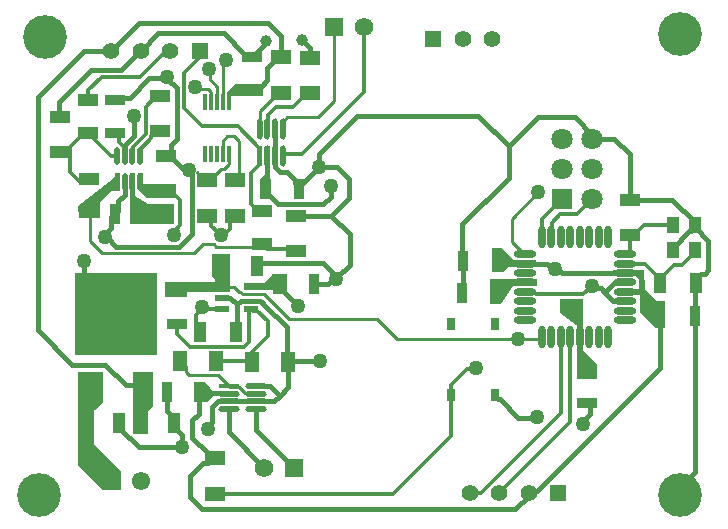
<source format=gtl>
G04*
G04 #@! TF.GenerationSoftware,Altium Limited,Altium Designer,23.6.0 (18)*
G04*
G04 Layer_Physical_Order=1*
G04 Layer_Color=255*
%FSLAX44Y44*%
%MOMM*%
G71*
G04*
G04 #@! TF.SameCoordinates,5DEB40B8-84CC-45EF-9636-C6304030FE47*
G04*
G04*
G04 #@! TF.FilePolarity,Positive*
G04*
G01*
G75*
%ADD15C,0.2540*%
%ADD16R,1.1176X1.8034*%
%ADD17R,0.9500X1.7000*%
%ADD18R,1.7000X0.9500*%
%ADD19R,1.7000X1.1500*%
%ADD20R,1.7500X1.1000*%
%ADD21R,1.1500X1.7000*%
%ADD22R,0.7500X1.0000*%
%ADD23R,0.4650X1.8052*%
G04:AMPARAMS|DCode=24|XSize=1.8052mm|YSize=0.465mm|CornerRadius=0.2325mm|HoleSize=0mm|Usage=FLASHONLY|Rotation=90.000|XOffset=0mm|YOffset=0mm|HoleType=Round|Shape=RoundedRectangle|*
%AMROUNDEDRECTD24*
21,1,1.8052,0.0000,0,0,90.0*
21,1,1.3402,0.4650,0,0,90.0*
1,1,0.4650,0.0000,0.6701*
1,1,0.4650,0.0000,-0.6701*
1,1,0.4650,0.0000,-0.6701*
1,1,0.4650,0.0000,0.6701*
%
%ADD24ROUNDEDRECTD24*%
%ADD25R,0.4549X1.5052*%
G04:AMPARAMS|DCode=26|XSize=1.5052mm|YSize=0.4549mm|CornerRadius=0.2275mm|HoleSize=0mm|Usage=FLASHONLY|Rotation=90.000|XOffset=0mm|YOffset=0mm|HoleType=Round|Shape=RoundedRectangle|*
%AMROUNDEDRECTD26*
21,1,1.5052,0.0000,0,0,90.0*
21,1,1.0503,0.4549,0,0,90.0*
1,1,0.4549,0.0000,0.5252*
1,1,0.4549,0.0000,-0.5252*
1,1,0.4549,0.0000,-0.5252*
1,1,0.4549,0.0000,0.5252*
%
%ADD26ROUNDEDRECTD26*%
%ADD27R,1.8052X0.4650*%
G04:AMPARAMS|DCode=28|XSize=1.8052mm|YSize=0.465mm|CornerRadius=0.2325mm|HoleSize=0mm|Usage=FLASHONLY|Rotation=0.000|XOffset=0mm|YOffset=0mm|HoleType=Round|Shape=RoundedRectangle|*
%AMROUNDEDRECTD28*
21,1,1.8052,0.0000,0,0,0.0*
21,1,1.3402,0.4650,0,0,0.0*
1,1,0.4650,0.6701,0.0000*
1,1,0.4650,-0.6701,0.0000*
1,1,0.4650,-0.6701,0.0000*
1,1,0.4650,0.6701,0.0000*
%
%ADD28ROUNDEDRECTD28*%
%ADD29O,1.9500X0.6000*%
%ADD30O,0.6000X1.9500*%
%ADD31R,1.0500X1.4500*%
%ADD32R,1.5000X2.5000*%
%ADD33R,7.0000X7.0000*%
%ADD34R,0.3000X1.4000*%
%ADD35R,1.8034X1.1176*%
%ADD36R,1.8200X1.0200*%
%ADD37R,0.8200X1.8200*%
%ADD38R,1.0200X1.8200*%
%ADD39R,1.2000X0.6000*%
%ADD56C,1.5700*%
%ADD57R,1.5700X1.5700*%
%ADD58R,1.4000X1.4000*%
%ADD59C,1.4000*%
%ADD62R,1.5500X1.5500*%
%ADD63C,1.5500*%
%ADD67C,0.2800*%
%ADD68C,0.3000*%
%ADD69C,0.4000*%
%ADD70C,0.2600*%
%ADD71R,1.8000X1.8000*%
%ADD72C,1.8000*%
%ADD73C,1.2700*%
%ADD74C,3.7000*%
%ADD75C,1.0000*%
G36*
X219710Y377444D02*
Y367792D01*
X192532D01*
Y356108D01*
X189230D01*
Y371094D01*
X195580Y377444D01*
X218440D01*
X219710Y377444D01*
D02*
G37*
G36*
X117856Y293116D02*
X145796Y293116D01*
X145796Y281178D01*
X120396Y281178D01*
X113284Y288290D01*
Y302260D01*
X117856D01*
X117856Y293116D01*
D02*
G37*
G36*
X225298Y280416D02*
X216662D01*
Y282194D01*
Y296926D01*
X221234Y301498D01*
Y324866D01*
X225298D01*
Y280416D01*
D02*
G37*
G36*
X98044Y287020D02*
X91440D01*
X81788Y277368D01*
Y263906D01*
X63246D01*
X63500Y264160D01*
X63260Y274005D01*
X93726Y298244D01*
Y298450D01*
X93980Y298704D01*
Y302260D01*
X98044D01*
Y287020D01*
D02*
G37*
G36*
X110998Y282448D02*
X121950Y276098D01*
X144018D01*
Y258826D01*
X117094D01*
Y259027D01*
X106934D01*
Y302006D01*
X110998D01*
Y282448D01*
D02*
G37*
G36*
X432308Y228346D02*
X450850D01*
X450850Y222758D01*
X427228Y222758D01*
X422656Y218186D01*
X413512D01*
Y238760D01*
X421894D01*
X432308Y228346D01*
D02*
G37*
G36*
X451104Y206756D02*
X431469Y206756D01*
X420878Y191516D01*
X411480D01*
Y212344D01*
X451104D01*
Y206756D01*
D02*
G37*
G36*
X239776Y199644D02*
X228092Y199644D01*
Y203200D01*
X203708D01*
Y209296D01*
X220726D01*
X220980Y209550D01*
X226822Y214884D01*
Y216408D01*
X239014D01*
X239268Y216662D01*
X239776Y216916D01*
X239776Y199644D01*
D02*
G37*
G36*
X191516Y201676D02*
X154940D01*
Y197104D01*
X136906D01*
Y210058D01*
X178562D01*
Y210820D01*
Y212598D01*
X178308Y212852D01*
X176022Y215138D01*
Y233934D01*
X191516D01*
Y201676D01*
D02*
G37*
G36*
X542853Y204161D02*
X553212Y193802D01*
X559816D01*
Y190754D01*
Y171196D01*
X551180D01*
Y171704D01*
X538988Y183896D01*
Y198628D01*
X517652D01*
Y204216D01*
X537972D01*
X537972Y204216D01*
Y211836D01*
X535178Y214630D01*
X516128D01*
Y220472D01*
X542036D01*
X542853Y204161D01*
D02*
G37*
G36*
X490728Y173228D02*
X490474D01*
Y152430D01*
X502412Y139790D01*
X502412Y127508D01*
X485140D01*
Y173228D01*
X484632D01*
X470916Y183896D01*
Y195834D01*
X490728D01*
Y173228D01*
D02*
G37*
G36*
X175006Y119888D02*
X176435Y117602D01*
X198374D01*
Y113538D01*
X177546D01*
X172212Y108204D01*
X161036D01*
Y125476D01*
X170482D01*
X175006Y119888D01*
D02*
G37*
G36*
X126492Y133350D02*
Y105156D01*
X122174Y100838D01*
Y81026D01*
X109474D01*
X109474Y133350D01*
X126492Y133350D01*
D02*
G37*
G36*
X84074Y108712D02*
X77089Y101727D01*
X76708D01*
Y72668D01*
X99060Y49270D01*
Y34042D01*
X83820D01*
X83826Y34036D01*
X62484Y55124D01*
Y106178D01*
X62738D01*
Y133858D01*
X84074D01*
X84074Y108712D01*
D02*
G37*
D15*
X216586Y239924D02*
X218440Y241778D01*
X179644Y239924D02*
X216586D01*
X161100Y234252D02*
X168626Y241778D01*
X177790D01*
X179644Y239924D01*
X265684Y349250D02*
X279654Y363220D01*
X240146Y349250D02*
X265684D01*
X236266Y345370D02*
X240146Y349250D01*
X236266Y339240D02*
Y345370D01*
X231946Y370064D02*
X234696D01*
X216766Y354884D02*
X231946Y370064D01*
X216766Y339240D02*
Y354884D01*
X279654Y363220D02*
Y425958D01*
X72854Y244532D02*
X83134Y234252D01*
X161100D01*
X430530Y243548D02*
Y263652D01*
Y243548D02*
X440510Y233568D01*
X430530Y263652D02*
X452628Y285750D01*
X440510Y233568D02*
X441176D01*
X72390Y269210D02*
X72854Y268746D01*
Y244532D02*
Y268746D01*
D16*
X184658Y223774D02*
D03*
X214630D02*
D03*
X196342Y167640D02*
D03*
X166370D02*
D03*
X585978Y209042D02*
D03*
X556006D02*
D03*
D17*
X234666Y208026D02*
D03*
X262666D02*
D03*
X165892Y116840D02*
D03*
X137892D02*
D03*
X221712Y288798D02*
D03*
X249712D02*
D03*
X93950Y267716D02*
D03*
X121950D02*
D03*
X388082Y200914D02*
D03*
X416082D02*
D03*
D18*
X210312Y372588D02*
D03*
Y400588D02*
D03*
X94488Y336266D02*
D03*
Y364266D02*
D03*
X146812Y202214D02*
D03*
Y174214D02*
D03*
X494030Y135442D02*
D03*
Y107442D02*
D03*
D19*
X259334Y369810D02*
D03*
Y399810D02*
D03*
X234696Y370064D02*
D03*
Y400064D02*
D03*
X179070Y60720D02*
D03*
Y30720D02*
D03*
X172466Y266192D02*
D03*
Y296192D02*
D03*
X196088Y265924D02*
D03*
Y295924D02*
D03*
D20*
X218440Y241778D02*
D03*
Y269778D02*
D03*
X71374Y335982D02*
D03*
Y363982D02*
D03*
D21*
X210552Y141986D02*
D03*
X240552D02*
D03*
X179592Y143256D02*
D03*
X149592D02*
D03*
D22*
X378506Y114272D02*
D03*
Y174272D02*
D03*
X416006Y114272D02*
D03*
Y174272D02*
D03*
D23*
X216766Y316230D02*
D03*
D24*
X223266D02*
D03*
X229766D02*
D03*
X236266D02*
D03*
Y339240D02*
D03*
X229766D02*
D03*
X223266D02*
D03*
X216766D02*
D03*
D25*
X95914Y294557D02*
D03*
D26*
X102414D02*
D03*
X108914D02*
D03*
X115414D02*
D03*
Y316567D02*
D03*
X108914D02*
D03*
X102414D02*
D03*
X95914D02*
D03*
D27*
X190425Y122018D02*
D03*
D28*
Y115518D02*
D03*
Y109018D02*
D03*
Y102518D02*
D03*
X213435D02*
D03*
Y109018D02*
D03*
Y115518D02*
D03*
Y122018D02*
D03*
D29*
X526176Y177568D02*
D03*
Y185568D02*
D03*
Y193568D02*
D03*
Y201568D02*
D03*
Y209568D02*
D03*
Y217568D02*
D03*
Y225568D02*
D03*
Y233568D02*
D03*
X441176D02*
D03*
Y225568D02*
D03*
Y217568D02*
D03*
Y209568D02*
D03*
Y201568D02*
D03*
Y193568D02*
D03*
Y185568D02*
D03*
Y177568D02*
D03*
D30*
X511676Y248068D02*
D03*
X503676D02*
D03*
X495676D02*
D03*
X487676D02*
D03*
X479676D02*
D03*
X471676D02*
D03*
X463676D02*
D03*
X455676D02*
D03*
Y163068D02*
D03*
X463676D02*
D03*
X471676D02*
D03*
X479676D02*
D03*
X487676D02*
D03*
X495676D02*
D03*
X503676D02*
D03*
X511676D02*
D03*
D31*
X585216Y258482D02*
D03*
Y236982D02*
D03*
X566716D02*
D03*
Y258482D02*
D03*
D32*
X71996Y120126D02*
D03*
X117996D02*
D03*
D33*
X94996Y182626D02*
D03*
D34*
X190594Y362614D02*
D03*
X185594D02*
D03*
X180594D02*
D03*
X175594D02*
D03*
X170594D02*
D03*
Y318614D02*
D03*
X175594D02*
D03*
X180594D02*
D03*
X185594D02*
D03*
X190594D02*
D03*
D35*
X247396Y236220D02*
D03*
Y266192D02*
D03*
X47498Y320040D02*
D03*
Y350012D02*
D03*
X137160Y287020D02*
D03*
Y316992D02*
D03*
X132588Y337566D02*
D03*
Y367538D02*
D03*
X530098Y249682D02*
D03*
Y279654D02*
D03*
D36*
X72390Y269210D02*
D03*
Y297210D02*
D03*
D37*
X555230Y180848D02*
D03*
X585230D02*
D03*
X418860Y228092D02*
D03*
X388860D02*
D03*
D38*
X97820Y90678D02*
D03*
X69820D02*
D03*
X116048Y90932D02*
D03*
X144048D02*
D03*
D39*
X184604Y206096D02*
D03*
Y196596D02*
D03*
Y187096D02*
D03*
X209604D02*
D03*
Y206096D02*
D03*
D56*
X305054Y425958D02*
D03*
X220726Y52324D02*
D03*
D57*
X279654Y425958D02*
D03*
X246126Y52324D02*
D03*
D58*
X363512Y416052D02*
D03*
X165932Y405892D02*
D03*
X469354Y31242D02*
D03*
D59*
X388512Y416052D02*
D03*
X413512D02*
D03*
X90932Y405892D02*
D03*
X115932D02*
D03*
X140932D02*
D03*
X394354Y31242D02*
D03*
X419354D02*
D03*
X444354D02*
D03*
D62*
X91078Y41656D02*
D03*
D63*
X116078D02*
D03*
D67*
X185594Y393257D02*
G03*
X185631Y393311I-2283J1621D01*
G01*
X220706Y199664D02*
X241554Y178816D01*
X202182Y199664D02*
X220706D01*
X241554Y178816D02*
X316049D01*
X333321Y161544D01*
X200170Y201676D02*
X202182Y199664D01*
X194970Y206096D02*
X199390Y201676D01*
X200170D01*
X184604Y206096D02*
X194970D01*
X179566Y301652D02*
X183836Y305922D01*
X190526Y310192D02*
Y318546D01*
X186256Y305922D02*
X190526Y310192D01*
X183836Y305922D02*
X186256D01*
X190526Y318546D02*
X190594Y318614D01*
X179566Y300542D02*
Y301652D01*
X173736Y387604D02*
X174205Y387135D01*
Y381547D02*
X180594Y375158D01*
X174205Y381547D02*
Y387135D01*
X180594Y362614D02*
Y375158D01*
X175562Y370332D02*
Y371141D01*
X173174Y373529D02*
X175562Y371141D01*
X163661Y373529D02*
X173174D01*
X175562Y362646D02*
X175594Y362614D01*
X175562Y362646D02*
Y370332D01*
X162324Y374867D02*
X163661Y373529D01*
X185594Y393257D02*
Y393257D01*
Y362614D02*
Y393257D01*
X185631Y393311D02*
X188468Y397510D01*
X172466Y296192D02*
X175216D01*
X169716D02*
X172466D01*
X175216D02*
X179566Y300542D01*
X185526Y318682D02*
X185594Y318614D01*
X185526Y318682D02*
Y329704D01*
X189070Y333248D01*
X195120D02*
X198882Y329486D01*
X189070Y333248D02*
X195120D01*
X198882Y298718D02*
Y329486D01*
X196088Y295924D02*
X198882Y298718D01*
X333321Y161544D02*
X435610D01*
X163218Y302690D02*
X169716Y296192D01*
X455676Y162930D02*
Y163068D01*
X454290Y161544D02*
X455676Y162930D01*
X435610Y161544D02*
X454290D01*
D68*
X450664Y200068D02*
X451366Y199366D01*
X441176Y201568D02*
X448738D01*
X450238Y200068D02*
X450664D01*
X490704Y199366D02*
X497840Y206502D01*
X448738Y201568D02*
X450238Y200068D01*
X451366Y199366D02*
X490704D01*
X203792Y155056D02*
X207772Y159036D01*
X209272Y187096D02*
X209604D01*
X207772Y185596D02*
X209272Y187096D01*
X207772Y159036D02*
Y185596D01*
X223520Y163844D02*
Y176530D01*
X209604Y186995D02*
X211003Y185596D01*
X214454D01*
X223520Y176530D01*
X157872Y155056D02*
X203792D01*
X210552Y141986D02*
Y150876D01*
X94175Y336012D02*
X97171Y333016D01*
X137955Y405892D02*
X140932D01*
X134456Y402392D02*
X137955Y405892D01*
X134168Y402392D02*
X134456D01*
X115570Y383794D02*
X134168Y402392D01*
X222474Y237998D02*
X245364D01*
X218440Y242032D02*
X222474Y237998D01*
X223266Y339240D02*
X223582Y339555D01*
Y351344D01*
X230124Y357886D02*
X244660D01*
X223582Y351344D02*
X230124Y357886D01*
X256584Y369810D02*
X259334D01*
X244660Y357886D02*
X256584Y369810D01*
X252922Y318708D02*
X305054Y370840D01*
Y421640D01*
X212650Y272572D02*
X218440D01*
X209550Y302313D02*
X216766Y309529D01*
X209550Y275672D02*
Y302313D01*
Y275672D02*
X212650Y272572D01*
X215941Y310354D02*
X216766Y309529D01*
X215941Y310354D02*
Y323756D01*
X236266Y316230D02*
Y317946D01*
X237028Y318708D01*
X252922D01*
X175455Y257763D02*
X183642Y249576D01*
X195564Y265987D02*
X195834D01*
X175455Y257763D02*
Y263012D01*
X183642Y249576D02*
X186127D01*
X172212Y266255D02*
X175455Y263012D01*
X191314Y254763D02*
Y261737D01*
X186127Y249576D02*
X191314Y254763D01*
Y261737D02*
X195564Y265987D01*
X195834D02*
X197866Y263955D01*
X120039Y335177D02*
Y344617D01*
X109210Y324348D02*
X120039Y335177D01*
X109210Y316863D02*
Y324348D01*
X125071Y333478D02*
X129159Y337566D01*
X125071Y331475D02*
Y333478D01*
X115414Y321818D02*
X125071Y331475D01*
X120039Y344617D02*
X120142Y344720D01*
Y358521D02*
X129159Y367538D01*
X120142Y344720D02*
Y358521D01*
X394591Y31479D02*
X404097D01*
X471676Y99058D02*
Y163068D01*
X394354Y31242D02*
X394591Y31479D01*
X404097D02*
X471676Y99058D01*
X198067Y341630D02*
X215941Y323756D01*
X168148Y341630D02*
X198067D01*
X152400Y357378D02*
X168148Y341630D01*
X497840Y206502D02*
X499676Y204666D01*
X146812Y166116D02*
Y174214D01*
Y166116D02*
X157872Y155056D01*
X149098Y257895D02*
Y279400D01*
X143764Y249936D02*
Y252561D01*
X149098Y257895D01*
X71379Y372225D02*
X82949Y383794D01*
X115570D01*
X152400Y357378D02*
Y386764D01*
X166024Y400388D01*
X115414Y316567D02*
Y321818D01*
X97171Y328773D02*
X101721Y324224D01*
X97171Y328773D02*
Y333016D01*
X102118Y322534D02*
X102519Y322133D01*
X101721Y323607D02*
Y324224D01*
X102118Y322534D02*
Y323210D01*
X101721Y323607D02*
X102118Y323210D01*
X93980Y336012D02*
X94175D01*
X556006Y212471D02*
X567817Y224282D01*
X574516D01*
X585216Y234982D02*
Y236982D01*
X574516Y224282D02*
X585216Y234982D01*
X526176Y225568D02*
X542909D01*
X556006Y212471D01*
X530098Y235166D02*
Y249682D01*
X528500Y233568D02*
X530098Y235166D01*
X526176Y233568D02*
X528500D01*
X542327Y258482D02*
X566716D01*
X533527Y249682D02*
X542327Y258482D01*
X530098Y249682D02*
X533527D01*
X464250Y248642D02*
Y260034D01*
X471371Y267155D02*
X485087D01*
X464250Y260034D02*
X471371Y267155D01*
X463676Y248068D02*
X464250Y248642D01*
X479676Y91564D02*
Y163068D01*
X419354Y31242D02*
X479676Y91564D01*
X378506Y122474D02*
X391949Y135917D01*
X398807D01*
X378506Y79294D02*
Y122474D01*
X398807Y135917D02*
X400050Y137160D01*
X168658Y188212D02*
X171283D01*
X172399Y187096D02*
X184604D01*
X171283Y188212D02*
X172399Y187096D01*
X162814Y182369D02*
X167894Y187449D01*
Y188976D01*
X162814Y171196D02*
Y182369D01*
Y171196D02*
X166370Y167640D01*
X209282Y143256D02*
X210552Y141986D01*
X179592Y143256D02*
X209282D01*
X139724Y282932D02*
X145566D01*
X149098Y279400D01*
X135636Y287020D02*
X139724Y282932D01*
X71374Y335982D02*
X90789Y316567D01*
X95914D01*
X56134Y323992D02*
X68124Y335982D01*
X56134Y302798D02*
Y323992D01*
X68124Y335982D02*
X71374D01*
X102519Y320231D02*
Y322133D01*
X329932Y30720D02*
X378506Y79294D01*
X179070Y30720D02*
X329932D01*
X210552Y150876D02*
X223520Y163844D01*
X71379Y363987D02*
Y372225D01*
X71374Y363982D02*
X71379Y363987D01*
X56134Y302798D02*
X65024Y293908D01*
X485087Y267155D02*
X498348Y280416D01*
X455676Y263144D02*
X472948Y280416D01*
X455676Y248068D02*
Y263144D01*
X129159Y337566D02*
X132588D01*
X108914Y316567D02*
X109210Y316863D01*
X129159Y367538D02*
X132588D01*
D69*
X216408Y226060D02*
X270070D01*
X281178Y212598D02*
X282355Y213775D01*
X292862Y224282D01*
X270070Y226060D02*
X281178Y214952D01*
Y212598D02*
Y214952D01*
X262666Y208026D02*
X274252D01*
X278824Y212598D01*
X281178D01*
X234666Y204276D02*
Y208026D01*
Y204276D02*
X249428Y189514D01*
Y189230D02*
Y189514D01*
X214630Y224282D02*
X216408Y226060D01*
X219636Y191590D02*
X239536Y171690D01*
X216994Y194232D02*
X217098Y194128D01*
X217274D01*
X219636Y191766D01*
Y191590D02*
Y191766D01*
X200836Y194232D02*
X216994D01*
X239536Y142494D02*
Y171690D01*
X197546Y190942D02*
X200836Y194232D01*
X191893Y196596D02*
X197546Y190942D01*
X197358Y190754D02*
X197546Y190942D01*
X196342Y168910D02*
X197358Y169926D01*
X184604Y196596D02*
X191893D01*
X197358Y169926D02*
Y190754D01*
X246962Y293816D02*
X250782Y289995D01*
X233633Y303172D02*
X239782D01*
X246962Y293816D02*
Y295992D01*
X239782Y303172D02*
X246962Y295992D01*
X253181Y293791D02*
X266700Y307310D01*
X249712Y288798D02*
X250782Y289995D01*
X266700Y307594D02*
Y318008D01*
X427419Y298132D02*
Y324675D01*
X277114Y266192D02*
X292862Y250444D01*
X516890Y331216D02*
X530098Y318008D01*
X580466Y252732D02*
X581466D01*
X229766Y316230D02*
Y339240D01*
X585216Y258482D02*
Y260482D01*
X596646Y219710D02*
Y245052D01*
X572456Y30000D02*
Y36471D01*
X281940Y307594D02*
X292322Y297212D01*
X388239Y258953D02*
X427419Y298132D01*
X452247Y349504D02*
X483362D01*
X498348Y331216D02*
Y334518D01*
X566716Y238982D02*
X580466Y252732D01*
X590066Y216527D02*
X593462D01*
X229766Y316230D02*
X229890Y316106D01*
X229766Y339240D02*
X229890Y339364D01*
X401828Y350266D02*
X427419Y324675D01*
X277114Y266192D02*
X292322Y281400D01*
X247396Y266192D02*
X277114D01*
X292862Y224282D02*
Y250444D01*
X483362Y349504D02*
X498348Y334518D01*
X566044Y279654D02*
X585216Y260482D01*
X566716Y236982D02*
Y238982D01*
X572456Y36471D02*
X585230Y49245D01*
X229890Y306914D02*
X233633Y303172D01*
X427419Y324675D02*
X452247Y349504D01*
X388239Y228713D02*
X388860Y228092D01*
X530098Y279654D02*
X566044D01*
X585216Y256482D02*
Y258482D01*
X585978Y212439D02*
X590066Y216527D01*
X585230Y49245D02*
Y180848D01*
X388456Y202184D02*
Y227688D01*
X585978Y209042D02*
Y212439D01*
X266700Y307594D02*
X281940D01*
X266700Y318008D02*
X298958Y350266D01*
X401828D01*
X388456Y227688D02*
X388860Y228092D01*
X498348Y331216D02*
X516890D01*
X593462Y216527D02*
X596646Y219710D01*
X229890Y306914D02*
Y316106D01*
X292322Y281400D02*
Y297212D01*
X388239Y228713D02*
Y258953D01*
X530098Y279654D02*
Y318008D01*
X585216Y256482D02*
X596646Y245052D01*
X581466Y252732D02*
X585216Y256482D01*
X585230Y180848D02*
Y208294D01*
X270510Y275844D02*
X276860Y282194D01*
X224856Y283314D02*
X232326Y275844D01*
X270510D01*
X90932Y405892D02*
X114300Y429260D01*
X223520D01*
X67818Y405892D02*
X90843D01*
X28702Y366776D02*
X67818Y405892D01*
X103124Y122682D02*
X118872D01*
X130918Y420878D02*
X186272D01*
X205351Y401799D02*
X211592D01*
X203812Y403338D02*
X205351Y401799D01*
X203812Y403338D02*
Y403338D01*
X186272Y420878D02*
X203812Y403338D01*
X86454Y389356D02*
X99082D01*
X114954Y405228D01*
Y405228D01*
X115932Y405892D02*
X130918Y420878D01*
X223520Y429260D02*
X234696Y418084D01*
X276860Y282194D02*
Y291338D01*
X221204Y286064D02*
X223954Y283314D01*
X221204Y286064D02*
Y289814D01*
X223954Y283314D02*
X224856D01*
X234696Y400064D02*
Y418084D01*
X223266Y391384D02*
X231946Y400064D01*
X211603Y401805D02*
X220594Y410796D01*
X211592Y401799D02*
X211603Y401805D01*
X220594Y410796D02*
Y413126D01*
X221742Y414274D01*
X231946Y400064D02*
X234696D01*
X259334Y399810D02*
X259334Y399810D01*
Y407924D01*
X252730Y414528D02*
X252730D01*
X259334Y407924D01*
X217604Y375338D02*
X223266Y381000D01*
Y391384D01*
X210312Y372588D02*
X213062Y375338D01*
X217604D01*
X441176Y225568D02*
X459656D01*
X464498Y220726D01*
X466852D01*
X159766Y78102D02*
X172570Y65298D01*
X159766Y93218D02*
X165100Y98552D01*
X159766Y78102D02*
Y93218D01*
X165100Y116048D02*
X165892Y116840D01*
X165100Y98552D02*
Y116048D01*
X137892Y101088D02*
X144048Y94932D01*
X137892Y101088D02*
Y116840D01*
X144048Y86932D02*
Y94932D01*
Y86932D02*
X150876Y80104D01*
X190301Y108894D02*
X190425Y109018D01*
X181109Y108894D02*
X190301D01*
X176276Y104060D02*
X181109Y108894D01*
X176276Y91694D02*
Y104060D01*
X176183Y91601D02*
X176276Y91694D01*
X176183Y91415D02*
Y91601D01*
X172720Y87952D02*
X176183Y91415D01*
X172720Y85598D02*
Y87952D01*
X150876Y70104D02*
Y80104D01*
X97820Y86678D02*
Y90678D01*
Y86678D02*
X114394Y70104D01*
X150876D01*
X137922Y382183D02*
X138250D01*
X94577Y364177D02*
X96124Y365724D01*
X46736Y349792D02*
Y362204D01*
X233481Y113593D02*
X240552Y120664D01*
X228906Y109018D02*
X233481Y113593D01*
X225056Y122018D02*
X233481Y113593D01*
X213435Y109018D02*
X228906D01*
X190425D02*
X213435D01*
X28702Y169418D02*
Y366776D01*
Y169418D02*
X58166Y139954D01*
X85852D02*
X103124Y122682D01*
X58166Y139954D02*
X85852D01*
X68326Y209296D02*
Y227584D01*
Y209296D02*
X94996Y182626D01*
X213435Y122018D02*
X213435Y122018D01*
X225056D01*
X446267Y33155D02*
X451565D01*
X555230Y136820D01*
Y180848D01*
X444354Y31242D02*
X446267Y33155D01*
X505349Y204666D02*
X508620Y201394D01*
X508903Y201677D02*
X516411Y209185D01*
X508620Y201394D02*
X516064Y193951D01*
X499676Y204666D02*
X504949D01*
X516064Y193951D02*
X525793D01*
X516411Y209185D02*
X525793D01*
X159258Y250748D02*
Y299398D01*
X148064Y239554D02*
X159258Y250748D01*
X87126Y247650D02*
X95222Y239554D01*
X85852Y247650D02*
X87126D01*
X95222Y239554D02*
X148064D01*
X137978Y316992D02*
X140589D01*
X102414Y284024D02*
Y294557D01*
X96700Y278310D02*
X102414Y284024D01*
X73914Y389382D02*
X86428D01*
X86454Y389356D01*
X46736Y362204D02*
X73914Y389382D01*
X141566Y326237D02*
X146558Y331229D01*
X138250Y382183D02*
X146558Y373875D01*
Y331229D02*
Y373875D01*
X137978Y316992D02*
X141566Y320580D01*
Y326237D01*
X137160Y316992D02*
X137978D01*
X93950Y267716D02*
X96700Y270466D01*
X91200Y264966D02*
X93950Y267716D01*
X102519Y325785D02*
X110236Y333502D01*
Y350774D01*
X123216Y382296D02*
X136424D01*
X144177Y312888D02*
Y313404D01*
X96124Y365724D02*
X106645D01*
X123216Y382296D01*
X140589Y316992D02*
X144177Y313404D01*
Y312888D02*
X150855Y306211D01*
X96700Y270466D02*
Y278310D01*
X157734Y27940D02*
X168148Y17526D01*
X157734Y45974D02*
X168730Y56970D01*
X157734Y27940D02*
Y45974D01*
X168730Y56970D02*
X172570D01*
X176320Y60720D01*
X179070D01*
X172570Y64470D02*
X176320Y60720D01*
X172570Y64470D02*
Y65298D01*
X490474Y92665D02*
X496062Y98253D01*
X494030Y107442D02*
X496062Y105410D01*
Y98253D02*
Y105410D01*
X490474Y89916D02*
Y92665D01*
X451612Y94996D02*
X451866Y95250D01*
X435282Y94996D02*
X451612D01*
X416006Y113022D02*
Y114272D01*
Y113022D02*
X418486Y110542D01*
X419736D01*
X435282Y94996D01*
X240552Y141986D02*
X241568Y143002D01*
X267970D01*
X240552Y120664D02*
Y141986D01*
X469206Y220726D02*
X472364Y217568D01*
X526176D01*
X466852Y220726D02*
X469206D01*
X102519Y322133D02*
Y325785D01*
Y316672D02*
Y320231D01*
X168148Y17526D02*
X432777D01*
X444354Y29103D01*
X85852Y247650D02*
Y250004D01*
X91200Y255352D02*
Y264966D01*
X85852Y250004D02*
X91200Y255352D01*
X525793Y193951D02*
X526176Y193568D01*
X525793Y209185D02*
X526176Y209568D01*
X444354Y29103D02*
Y31242D01*
X213435Y85015D02*
Y102518D01*
Y85015D02*
X246126Y52324D01*
X190425Y82625D02*
Y102518D01*
Y82625D02*
X220726Y52324D01*
X102414Y316567D02*
X102519Y316672D01*
D70*
X191268Y121175D02*
X199576D01*
X204390Y116361D02*
X204441D01*
X199576Y121175D02*
X204390Y116361D01*
X204441D02*
X204892Y115910D01*
X213043D01*
X181019Y131424D02*
X191268Y121175D01*
X154042Y133902D02*
X156520Y131424D01*
X154042Y133902D02*
Y138806D01*
X149592Y143256D02*
X154042Y138806D01*
X156520Y131424D02*
X181019D01*
X213043Y115910D02*
X213435Y115518D01*
D71*
X472948Y280416D02*
D03*
D72*
X498348D02*
D03*
X472948Y305816D02*
D03*
X498348D02*
D03*
X472948Y331216D02*
D03*
X498348D02*
D03*
D73*
X249428Y189230D02*
D03*
X68326Y227584D02*
D03*
X183642Y249576D02*
D03*
X136906Y268288D02*
D03*
X143764Y249936D02*
D03*
X490474Y89916D02*
D03*
X451866Y95250D02*
D03*
X267970Y143002D02*
D03*
X281178Y212598D02*
D03*
X266700Y307594D02*
D03*
X400050Y137160D02*
D03*
X167894Y188976D02*
D03*
X110236Y350774D02*
D03*
X162324Y374867D02*
D03*
X188468Y397510D02*
D03*
X173482Y390144D02*
D03*
X156464Y304546D02*
D03*
X85852Y247650D02*
D03*
X497840Y206502D02*
D03*
X452628Y285750D02*
D03*
X466852Y220726D02*
D03*
X477266Y188722D02*
D03*
X435610Y161544D02*
D03*
X172720Y85598D02*
D03*
X150876Y70104D02*
D03*
X137922Y383794D02*
D03*
X276860Y291338D02*
D03*
D74*
X34544Y417322D02*
D03*
X572456Y420000D02*
D03*
X30000Y30000D02*
D03*
X572456D02*
D03*
D75*
X221742Y414274D02*
D03*
X252730Y414528D02*
D03*
M02*

</source>
